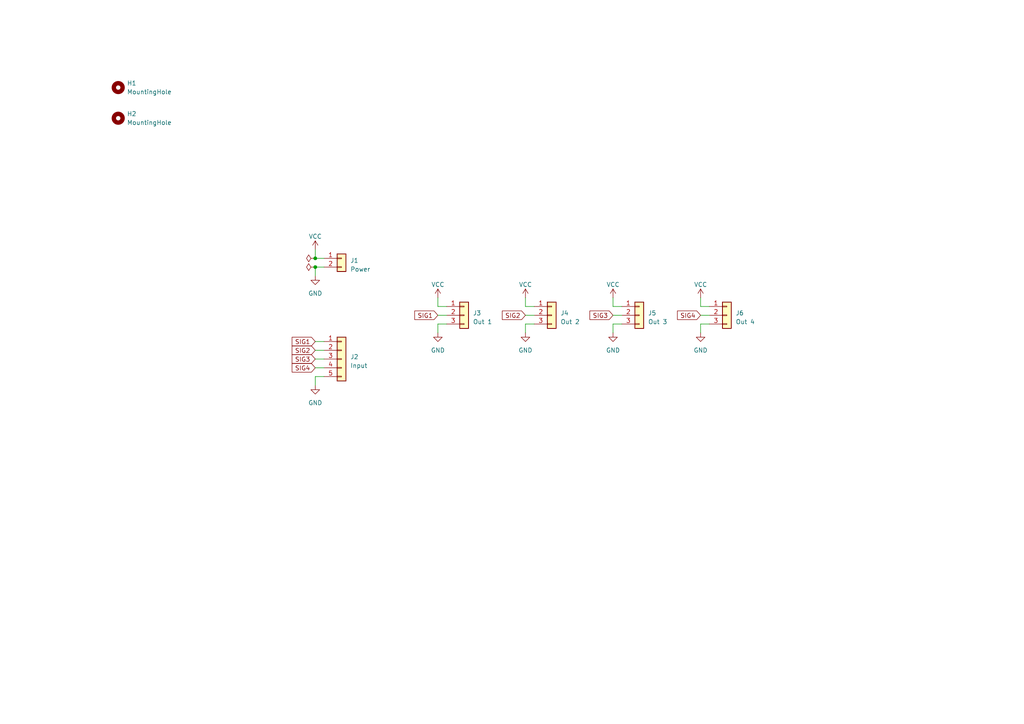
<source format=kicad_sch>
(kicad_sch (version 20230121) (generator eeschema)
  (paper "A4")
  (lib_symbols
    (symbol "Connector_Generic:Conn_01x02" (pin_names (offset 1.016) hide)
      (property "Reference" "J" (at 0 2.54 0))
      (property "Value" "Conn_01x02" (at 0 -5.08 0))
      (symbol "Conn_01x02_1_1"
        (rectangle (start -1.27 -2.413) (end 0 -2.667) (stroke (width 0.1524)))
        (rectangle (start -1.27 0.127) (end 0 -0.127) (stroke (width 0.1524)))
        (rectangle (start -1.27 1.27) (end 1.27 -3.81) (stroke (width 0.254)) (fill (type background)))
        (pin passive line (at -5.08 0 0) (length 3.81) (name "Pin_1") (number "1"))
        (pin passive line (at -5.08 -2.54 0) (length 3.81) (name "Pin_2") (number "2"))
      )
    )
    (symbol "Connector_Generic:Conn_01x03" (pin_names (offset 1.016) hide)
      (property "Reference" "J" (at 0 5.08 0))
      (property "Value" "Conn_01x03" (at 0 -5.08 0))
      (symbol "Conn_01x03_1_1"
        (rectangle (start -1.27 -2.413) (end 0 -2.667) (stroke (width 0.1524)))
        (rectangle (start -1.27 0.127) (end 0 -0.127) (stroke (width 0.1524)))
        (rectangle (start -1.27 2.667) (end 0 2.413) (stroke (width 0.1524)))
        (rectangle (start -1.27 3.81) (end 1.27 -3.81) (stroke (width 0.254)) (fill (type background)))
        (pin passive line (at -5.08 2.54 0) (length 3.81) (name "Pin_1") (number "1"))
        (pin passive line (at -5.08 0 0) (length 3.81) (name "Pin_2") (number "2"))
        (pin passive line (at -5.08 -2.54 0) (length 3.81) (name "Pin_3") (number "3"))
      )
    )
    (symbol "Connector_Generic:Conn_01x05" (pin_names (offset 1.016) hide)
      (property "Reference" "J" (at 0 7.62 0))
      (property "Value" "Conn_01x05" (at 0 -7.62 0))
      (symbol "Conn_01x05_1_1"
        (rectangle (start -1.27 -4.953) (end 0 -5.207) (stroke (width 0.1524)))
        (rectangle (start -1.27 -2.413) (end 0 -2.667) (stroke (width 0.1524)))
        (rectangle (start -1.27 0.127) (end 0 -0.127) (stroke (width 0.1524)))
        (rectangle (start -1.27 2.667) (end 0 2.413) (stroke (width 0.1524)))
        (rectangle (start -1.27 5.207) (end 0 4.953) (stroke (width 0.1524)))
        (rectangle (start -1.27 6.35) (end 1.27 -6.35) (stroke (width 0.254)) (fill (type background)))
        (pin passive line (at -5.08 5.08 0) (length 3.81) (name "Pin_1") (number "1"))
        (pin passive line (at -5.08 2.54 0) (length 3.81) (name "Pin_2") (number "2"))
        (pin passive line (at -5.08 0 0) (length 3.81) (name "Pin_3") (number "3"))
        (pin passive line (at -5.08 -2.54 0) (length 3.81) (name "Pin_4") (number "4"))
        (pin passive line (at -5.08 -5.08 0) (length 3.81) (name "Pin_5") (number "5"))
      )
    )
    (symbol "Mechanical:MountingHole" (pin_names (offset 1.016))
      (property "Reference" "H" (at 0 5.08 0))
      (property "Value" "MountingHole" (at 0 3.175 0))
      (symbol "MountingHole_0_1"
        (circle (center 0 0) (radius 1.27) (stroke (width 1.27)))
      )
    )
    (symbol "power:GND" (power) (pin_names (offset 0))
      (property "Value" "GND" (at 0 -3.81 0))
      (symbol "GND_0_1"
        (polyline (pts (xy 0 0) (xy 0 -1.27) (xy 1.27 -1.27) (xy 0 -2.54) (xy -1.27 -1.27) (xy 0 -1.27)))
      )
      (symbol "GND_1_1"
        (pin power_in line (at 0 0 270) (length 0) hide (name "GND") (number "1"))
      )
    )
    (symbol "power:PWR_FLAG" (power) (pin_numbers hide) (pin_names (offset 0) hide)
      (property "Value" "PWR_FLAG" (at 0 3.81 0))
      (symbol "PWR_FLAG_0_0"
        (pin power_out line (at 0 0 90) (length 0) (name "pwr") (number "1"))
      )
      (symbol "PWR_FLAG_0_1"
        (polyline (pts (xy 0 0) (xy 0 1.27) (xy -1.016 1.905) (xy 0 2.54) (xy 1.016 1.905) (xy 0 1.27)))
      )
    )
    (symbol "power:VCC" (power) (pin_names (offset 0))
      (property "Value" "VCC" (at 0 3.81 0))
      (symbol "VCC_0_1"
        (polyline (pts (xy -0.762 1.27) (xy 0 2.54)))
        (polyline (pts (xy 0 0) (xy 0 2.54)))
        (polyline (pts (xy 0 2.54) (xy 0.762 1.27)))
      )
      (symbol "VCC_1_1"
        (pin power_in line (at 0 0 90) (length 0) hide (name "VCC") (number "1"))
      )
    )
  )
  (junction (at 91.44 74.93))
  (junction (at 91.44 77.47))
  (wire (pts (xy 152.4 91.44) (xy 154.94 91.44)))
  (wire (pts (xy 91.44 109.22) (xy 93.98 109.22)))
  (wire (pts (xy 203.2 86.36) (xy 203.2 88.9)))
  (wire (pts (xy 127 91.44) (xy 129.54 91.44)))
  (wire (pts (xy 152.4 93.98) (xy 154.94 93.98)))
  (wire (pts (xy 91.44 101.6) (xy 93.98 101.6)))
  (wire (pts (xy 152.4 86.36) (xy 152.4 88.9)))
  (wire (pts (xy 203.2 96.52) (xy 203.2 93.98)))
  (wire (pts (xy 203.2 91.44) (xy 205.74 91.44)))
  (wire (pts (xy 91.44 106.68) (xy 93.98 106.68)))
  (wire (pts (xy 177.8 91.44) (xy 180.34 91.44)))
  (wire (pts (xy 152.4 88.9) (xy 154.94 88.9)))
  (wire (pts (xy 127 86.36) (xy 127 88.9)))
  (wire (pts (xy 91.44 74.93) (xy 93.98 74.93)))
  (wire (pts (xy 177.8 93.98) (xy 180.34 93.98)))
  (wire (pts (xy 127 88.9) (xy 129.54 88.9)))
  (wire (pts (xy 177.8 86.36) (xy 177.8 88.9)))
  (wire (pts (xy 91.44 99.06) (xy 93.98 99.06)))
  (wire (pts (xy 127 96.52) (xy 127 93.98)))
  (wire (pts (xy 152.4 96.52) (xy 152.4 93.98)))
  (wire (pts (xy 203.2 93.98) (xy 205.74 93.98)))
  (wire (pts (xy 177.8 88.9) (xy 180.34 88.9)))
  (wire (pts (xy 91.44 80.01) (xy 91.44 77.47)))
  (wire (pts (xy 91.44 104.14) (xy 93.98 104.14)))
  (wire (pts (xy 203.2 88.9) (xy 205.74 88.9)))
  (wire (pts (xy 91.44 77.47) (xy 93.98 77.47)))
  (wire (pts (xy 127 93.98) (xy 129.54 93.98)))
  (wire (pts (xy 91.44 111.76) (xy 91.44 109.22)))
  (wire (pts (xy 91.44 72.39) (xy 91.44 74.93)))
  (wire (pts (xy 177.8 96.52) (xy 177.8 93.98)))
  (global_label "SIG3" (shape input) (at 91.44 104.14 180) (property "Intersheetrefs" "${INTERSHEET_REFS}" (effects hide)))
  (global_label "SIG1" (shape input) (at 127 91.44 180) (property "Intersheetrefs" "${INTERSHEET_REFS}" (effects hide)))
  (global_label "SIG2" (shape input) (at 91.44 101.6 180) (property "Intersheetrefs" "${INTERSHEET_REFS}" (effects hide)))
  (global_label "SIG1" (shape input) (at 91.44 99.06 180) (property "Intersheetrefs" "${INTERSHEET_REFS}" (effects hide)))
  (global_label "SIG3" (shape input) (at 177.8 91.44 180) (property "Intersheetrefs" "${INTERSHEET_REFS}" (effects hide)))
  (global_label "SIG4" (shape input) (at 91.44 106.68 180) (property "Intersheetrefs" "${INTERSHEET_REFS}" (effects hide)))
  (global_label "SIG4" (shape input) (at 203.2 91.44 180) (property "Intersheetrefs" "${INTERSHEET_REFS}" (effects hide)))
  (global_label "SIG2" (shape input) (at 152.4 91.44 180) (property "Intersheetrefs" "${INTERSHEET_REFS}" (effects hide)))
  (symbol (lib_id "Connector_Generic:Conn_01x03") (at 210.82 91.44 0) (unit 1)
    (property "Reference" "J6" (at 213.36 90.805 0) (effects (justify left)))
    (property "Value" "Out 4" (at 213.36 93.345 0) (effects (justify left)))
  )
  (symbol (lib_id "Connector_Generic:Conn_01x05") (at 99.06 104.14 0) (unit 1)
    (property "Reference" "J2" (at 101.6 103.505 0) (effects (justify left)))
    (property "Value" "Input" (at 101.6 106.045 0) (effects (justify left)))
  )
  (symbol (lib_id "power:GND") (at 203.2 96.52 0) (unit 1)
    (property "Reference" "#PWR010" (effects hide))
    (property "Value" "GND" (at 203.2 101.6 0))
  )
  (symbol (lib_id "power:GND") (at 152.4 96.52 0) (unit 1)
    (property "Reference" "#PWR06" (effects hide))
    (property "Value" "GND" (at 152.4 101.6 0))
  )
  (symbol (lib_id "power:PWR_FLAG") (at 91.44 77.47 90) (unit 1)
    (property "Reference" "#FLG02" (effects hide))
    (property "Value" "PWR_FLAG" (effects hide))
  )
  (symbol (lib_id "Connector_Generic:Conn_01x03") (at 185.42 91.44 0) (unit 1)
    (property "Reference" "J5" (at 187.96 90.805 0) (effects (justify left)))
    (property "Value" "Out 3" (at 187.96 93.345 0) (effects (justify left)))
  )
  (symbol (lib_id "Connector_Generic:Conn_01x02") (at 99.06 74.93 0) (unit 1)
    (property "Reference" "J1" (at 101.6 75.565 0) (effects (justify left)))
    (property "Value" "Power" (at 101.6 78.105 0) (effects (justify left)))
  )
  (symbol (lib_id "power:VCC") (at 91.44 72.39 0) (unit 1)
    (property "Reference" "#PWR01" (effects hide))
    (property "Value" "VCC" (at 91.44 68.58 0))
  )
  (symbol (lib_id "power:VCC") (at 152.4 86.36 0) (unit 1)
    (property "Reference" "#PWR05" (effects hide))
    (property "Value" "VCC" (at 152.4 82.55 0))
  )
  (symbol (lib_id "Connector_Generic:Conn_01x03") (at 160.02 91.44 0) (unit 1)
    (property "Reference" "J4" (at 162.56 90.805 0) (effects (justify left)))
    (property "Value" "Out 2" (at 162.56 93.345 0) (effects (justify left)))
  )
  (symbol (lib_id "power:VCC") (at 177.8 86.36 0) (unit 1)
    (property "Reference" "#PWR07" (effects hide))
    (property "Value" "VCC" (at 177.8 82.55 0))
  )
  (symbol (lib_id "power:GND") (at 177.8 96.52 0) (unit 1)
    (property "Reference" "#PWR08" (effects hide))
    (property "Value" "GND" (at 177.8 101.6 0))
  )
  (symbol (lib_id "Connector_Generic:Conn_01x03") (at 134.62 91.44 0) (unit 1)
    (property "Reference" "J3" (at 137.16 90.805 0) (effects (justify left)))
    (property "Value" "Out 1" (at 137.16 93.345 0) (effects (justify left)))
  )
  (symbol (lib_id "Mechanical:MountingHole") (at 34.29 34.29 0) (unit 1)
    (property "Reference" "H2" (at 36.83 33.02 0) (effects (justify left)))
    (property "Value" "MountingHole" (at 36.83 35.56 0) (effects (justify left)))
  )
  (symbol (lib_id "power:GND") (at 91.44 80.01 0) (unit 1)
    (property "Reference" "#PWR02" (effects hide))
    (property "Value" "GND" (at 91.44 85.09 0))
  )
  (symbol (lib_id "power:VCC") (at 127 86.36 0) (unit 1)
    (property "Reference" "#PWR03" (effects hide))
    (property "Value" "VCC" (at 127 82.55 0))
  )
  (symbol (lib_id "power:GND") (at 127 96.52 0) (unit 1)
    (property "Reference" "#PWR04" (effects hide))
    (property "Value" "GND" (at 127 101.6 0))
  )
  (symbol (lib_id "Mechanical:MountingHole") (at 34.29 25.4 0) (unit 1)
    (property "Reference" "H1" (at 36.83 24.13 0) (effects (justify left)))
    (property "Value" "MountingHole" (at 36.83 26.67 0) (effects (justify left)))
  )
  (symbol (lib_id "power:PWR_FLAG") (at 91.44 74.93 90) (unit 1)
    (property "Reference" "#FLG01" (effects hide))
    (property "Value" "PWR_FLAG" (effects hide))
  )
  (symbol (lib_id "power:VCC") (at 203.2 86.36 0) (unit 1)
    (property "Reference" "#PWR09" (effects hide))
    (property "Value" "VCC" (at 203.2 82.55 0))
  )
  (symbol (lib_id "power:GND") (at 91.44 111.76 0) (unit 1)
    (property "Reference" "#PWR012" (effects hide))
    (property "Value" "GND" (at 91.44 116.84 0))
  )
)
</source>
